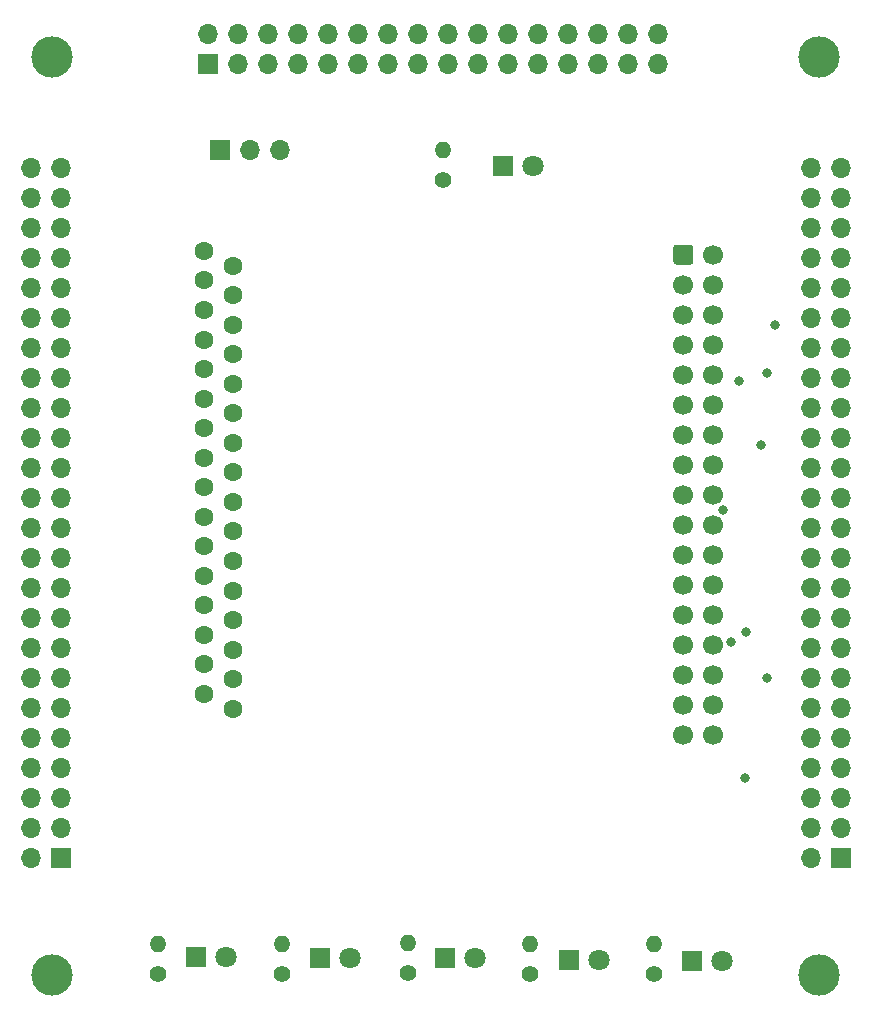
<source format=gts>
%TF.GenerationSoftware,KiCad,Pcbnew,5.1.9+dfsg1-1*%
%TF.CreationDate,2021-12-02T21:44:05+01:00*%
%TF.ProjectId,STM32F4XX_Hat,53544d33-3246-4345-9858-5f4861742e6b,rev?*%
%TF.SameCoordinates,Original*%
%TF.FileFunction,Soldermask,Top*%
%TF.FilePolarity,Negative*%
%FSLAX46Y46*%
G04 Gerber Fmt 4.6, Leading zero omitted, Abs format (unit mm)*
G04 Created by KiCad (PCBNEW 5.1.9+dfsg1-1) date 2021-12-02 21:44:05*
%MOMM*%
%LPD*%
G01*
G04 APERTURE LIST*
%ADD10C,3.500000*%
%ADD11O,1.400000X1.400000*%
%ADD12C,1.400000*%
%ADD13O,1.700000X1.700000*%
%ADD14R,1.700000X1.700000*%
%ADD15C,1.800000*%
%ADD16R,1.800000X1.800000*%
%ADD17C,1.700000*%
%ADD18C,1.600000*%
%ADD19C,0.800000*%
G04 APERTURE END LIST*
D10*
%TO.C,H1*%
X115851000Y-56061000D03*
%TD*%
%TO.C,H4*%
X180751000Y-133761000D03*
%TD*%
%TO.C,H3*%
X115851000Y-133761000D03*
%TD*%
%TO.C,H2*%
X180751000Y-56061000D03*
%TD*%
D11*
%TO.C,R6*%
X166851000Y-131121000D03*
D12*
X166851000Y-133661000D03*
%TD*%
D11*
%TO.C,R5*%
X135351000Y-131121000D03*
D12*
X135351000Y-133661000D03*
%TD*%
D11*
%TO.C,R4*%
X156351000Y-131121000D03*
D12*
X156351000Y-133661000D03*
%TD*%
D11*
%TO.C,R3*%
X145951000Y-131021000D03*
D12*
X145951000Y-133561000D03*
%TD*%
D11*
%TO.C,R2*%
X124851000Y-131121000D03*
D12*
X124851000Y-133661000D03*
%TD*%
D13*
%TO.C,J6*%
X135131000Y-63881000D03*
X132591000Y-63881000D03*
D14*
X130051000Y-63881000D03*
%TD*%
D15*
%TO.C,D6*%
X172591000Y-132561000D03*
D16*
X170051000Y-132561000D03*
%TD*%
D15*
%TO.C,D5*%
X141091000Y-132361000D03*
D16*
X138551000Y-132361000D03*
%TD*%
D15*
%TO.C,D4*%
X162191000Y-132461000D03*
D16*
X159651000Y-132461000D03*
%TD*%
D15*
%TO.C,D3*%
X151691000Y-132361000D03*
D16*
X149151000Y-132361000D03*
%TD*%
D15*
%TO.C,D2*%
X130591000Y-132261000D03*
D16*
X128051000Y-132261000D03*
%TD*%
%TO.C,D1*%
X154051000Y-65261000D03*
D15*
X156591000Y-65261000D03*
%TD*%
D14*
%TO.C,J1*%
X129032000Y-56642000D03*
D13*
X129032000Y-54102000D03*
X131572000Y-56642000D03*
X131572000Y-54102000D03*
X134112000Y-56642000D03*
X134112000Y-54102000D03*
X136652000Y-56642000D03*
X136652000Y-54102000D03*
X139192000Y-56642000D03*
X139192000Y-54102000D03*
X141732000Y-56642000D03*
X141732000Y-54102000D03*
X144272000Y-56642000D03*
X144272000Y-54102000D03*
X146812000Y-56642000D03*
X146812000Y-54102000D03*
X149352000Y-56642000D03*
X149352000Y-54102000D03*
X151892000Y-56642000D03*
X151892000Y-54102000D03*
X154432000Y-56642000D03*
X154432000Y-54102000D03*
X156972000Y-56642000D03*
X156972000Y-54102000D03*
X159512000Y-56642000D03*
X159512000Y-54102000D03*
X162052000Y-56642000D03*
X162052000Y-54102000D03*
X164592000Y-56642000D03*
X164592000Y-54102000D03*
X167132000Y-56642000D03*
X167132000Y-54102000D03*
%TD*%
D14*
%TO.C,J2*%
X182626000Y-123825000D03*
D13*
X180086000Y-123825000D03*
X182626000Y-121285000D03*
X180086000Y-121285000D03*
X182626000Y-118745000D03*
X180086000Y-118745000D03*
X182626000Y-116205000D03*
X180086000Y-116205000D03*
X182626000Y-113665000D03*
X180086000Y-113665000D03*
X182626000Y-111125000D03*
X180086000Y-111125000D03*
X182626000Y-108585000D03*
X180086000Y-108585000D03*
X182626000Y-106045000D03*
X180086000Y-106045000D03*
X182626000Y-103505000D03*
X180086000Y-103505000D03*
X182626000Y-100965000D03*
X180086000Y-100965000D03*
X182626000Y-98425000D03*
X180086000Y-98425000D03*
X182626000Y-95885000D03*
X180086000Y-95885000D03*
X182626000Y-93345000D03*
X180086000Y-93345000D03*
X182626000Y-90805000D03*
X180086000Y-90805000D03*
X182626000Y-88265000D03*
X180086000Y-88265000D03*
X182626000Y-85725000D03*
X180086000Y-85725000D03*
X182626000Y-83185000D03*
X180086000Y-83185000D03*
X182626000Y-80645000D03*
X180086000Y-80645000D03*
X182626000Y-78105000D03*
X180086000Y-78105000D03*
X182626000Y-75565000D03*
X180086000Y-75565000D03*
X182626000Y-73025000D03*
X180086000Y-73025000D03*
X182626000Y-70485000D03*
X180086000Y-70485000D03*
X182626000Y-67945000D03*
X180086000Y-67945000D03*
X182626000Y-65405000D03*
X180086000Y-65405000D03*
%TD*%
%TO.C,J3*%
X114046000Y-65405000D03*
X116586000Y-65405000D03*
X114046000Y-67945000D03*
X116586000Y-67945000D03*
X114046000Y-70485000D03*
X116586000Y-70485000D03*
X114046000Y-73025000D03*
X116586000Y-73025000D03*
X114046000Y-75565000D03*
X116586000Y-75565000D03*
X114046000Y-78105000D03*
X116586000Y-78105000D03*
X114046000Y-80645000D03*
X116586000Y-80645000D03*
X114046000Y-83185000D03*
X116586000Y-83185000D03*
X114046000Y-85725000D03*
X116586000Y-85725000D03*
X114046000Y-88265000D03*
X116586000Y-88265000D03*
X114046000Y-90805000D03*
X116586000Y-90805000D03*
X114046000Y-93345000D03*
X116586000Y-93345000D03*
X114046000Y-95885000D03*
X116586000Y-95885000D03*
X114046000Y-98425000D03*
X116586000Y-98425000D03*
X114046000Y-100965000D03*
X116586000Y-100965000D03*
X114046000Y-103505000D03*
X116586000Y-103505000D03*
X114046000Y-106045000D03*
X116586000Y-106045000D03*
X114046000Y-108585000D03*
X116586000Y-108585000D03*
X114046000Y-111125000D03*
X116586000Y-111125000D03*
X114046000Y-113665000D03*
X116586000Y-113665000D03*
X114046000Y-116205000D03*
X116586000Y-116205000D03*
X114046000Y-118745000D03*
X116586000Y-118745000D03*
X114046000Y-121285000D03*
X116586000Y-121285000D03*
X114046000Y-123825000D03*
D14*
X116586000Y-123825000D03*
%TD*%
%TO.C,J4*%
G36*
G01*
X168441000Y-73371000D02*
X168441000Y-72171000D01*
G75*
G02*
X168691000Y-71921000I250000J0D01*
G01*
X169891000Y-71921000D01*
G75*
G02*
X170141000Y-72171000I0J-250000D01*
G01*
X170141000Y-73371000D01*
G75*
G02*
X169891000Y-73621000I-250000J0D01*
G01*
X168691000Y-73621000D01*
G75*
G02*
X168441000Y-73371000I0J250000D01*
G01*
G37*
D17*
X169291000Y-75311000D03*
X169291000Y-77851000D03*
X169291000Y-80391000D03*
X169291000Y-82931000D03*
X169291000Y-85471000D03*
X169291000Y-88011000D03*
X169291000Y-90551000D03*
X169291000Y-93091000D03*
X169291000Y-95631000D03*
X169291000Y-98171000D03*
X169291000Y-100711000D03*
X169291000Y-103251000D03*
X169291000Y-105791000D03*
X169291000Y-108331000D03*
X169291000Y-110871000D03*
X169291000Y-113411000D03*
X171831000Y-72771000D03*
X171831000Y-75311000D03*
X171831000Y-77851000D03*
X171831000Y-80391000D03*
X171831000Y-82931000D03*
X171831000Y-85471000D03*
X171831000Y-88011000D03*
X171831000Y-90551000D03*
X171831000Y-93091000D03*
X171831000Y-95631000D03*
X171831000Y-98171000D03*
X171831000Y-100711000D03*
X171831000Y-103251000D03*
X171831000Y-105791000D03*
X171831000Y-108331000D03*
X171831000Y-110871000D03*
X171831000Y-113411000D03*
%TD*%
D18*
%TO.C,J5*%
X128671000Y-72456000D03*
X131171000Y-73706000D03*
X128671000Y-74956000D03*
X131171000Y-76206000D03*
X128671000Y-77456000D03*
X131171000Y-78706000D03*
X128671000Y-79956000D03*
X131171000Y-81206000D03*
X128671000Y-82456000D03*
X131171000Y-83706000D03*
X128671000Y-84956000D03*
X131171000Y-86206000D03*
X128671000Y-87456000D03*
X131171000Y-88706000D03*
X128671000Y-89956000D03*
X131171000Y-91206000D03*
X128671000Y-92456000D03*
X131171000Y-93706000D03*
X128671000Y-94956000D03*
X131171000Y-96206000D03*
X128671000Y-97456000D03*
X131171000Y-98706000D03*
X128671000Y-99956000D03*
X131171000Y-101206000D03*
X128671000Y-102456000D03*
X131171000Y-103706000D03*
X128671000Y-104956000D03*
X131171000Y-106206000D03*
X128671000Y-107456000D03*
X131171000Y-108706000D03*
X128671000Y-109956000D03*
X131171000Y-111206000D03*
%TD*%
D12*
%TO.C,R1*%
X148971000Y-66421000D03*
D11*
X148971000Y-63881000D03*
%TD*%
D19*
X174492200Y-117051800D03*
X176383800Y-108585000D03*
X173300800Y-105572700D03*
X174591500Y-104721200D03*
X172644500Y-94388000D03*
X173976300Y-83502100D03*
X175908900Y-88898800D03*
X176412800Y-82754300D03*
X177057300Y-78723000D03*
M02*

</source>
